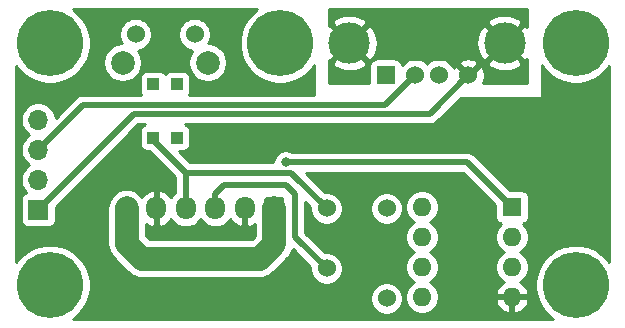
<source format=gtl>
G04 #@! TF.GenerationSoftware,KiCad,Pcbnew,5.1.9+dfsg1-1+deb11u1*
G04 #@! TF.CreationDate,2023-07-30T21:54:34+09:00*
G04 #@! TF.ProjectId,tablet-usb-adapter,7461626c-6574-42d7-9573-622d61646170,rev?*
G04 #@! TF.SameCoordinates,Original*
G04 #@! TF.FileFunction,Copper,L1,Top*
G04 #@! TF.FilePolarity,Positive*
%FSLAX46Y46*%
G04 Gerber Fmt 4.6, Leading zero omitted, Abs format (unit mm)*
G04 Created by KiCad (PCBNEW 5.1.9+dfsg1-1+deb11u1) date 2023-07-30 21:54:34*
%MOMM*%
%LPD*%
G01*
G04 APERTURE LIST*
G04 #@! TA.AperFunction,ComponentPad*
%ADD10C,5.600000*%
G04 #@! TD*
G04 #@! TA.AperFunction,ComponentPad*
%ADD11R,1.700000X1.700000*%
G04 #@! TD*
G04 #@! TA.AperFunction,ComponentPad*
%ADD12O,1.700000X1.700000*%
G04 #@! TD*
G04 #@! TA.AperFunction,ComponentPad*
%ADD13O,1.700000X1.950000*%
G04 #@! TD*
G04 #@! TA.AperFunction,ComponentPad*
%ADD14C,3.500000*%
G04 #@! TD*
G04 #@! TA.AperFunction,ComponentPad*
%ADD15R,1.524000X1.524000*%
G04 #@! TD*
G04 #@! TA.AperFunction,ComponentPad*
%ADD16C,1.524000*%
G04 #@! TD*
G04 #@! TA.AperFunction,ComponentPad*
%ADD17R,1.600000X1.600000*%
G04 #@! TD*
G04 #@! TA.AperFunction,ComponentPad*
%ADD18O,1.600000X1.600000*%
G04 #@! TD*
G04 #@! TA.AperFunction,ComponentPad*
%ADD19C,2.000000*%
G04 #@! TD*
G04 #@! TA.AperFunction,ComponentPad*
%ADD20R,1.000000X1.000000*%
G04 #@! TD*
G04 #@! TA.AperFunction,ViaPad*
%ADD21C,0.800000*%
G04 #@! TD*
G04 #@! TA.AperFunction,Conductor*
%ADD22C,0.500000*%
G04 #@! TD*
G04 #@! TA.AperFunction,Conductor*
%ADD23C,0.250000*%
G04 #@! TD*
G04 #@! TA.AperFunction,Conductor*
%ADD24C,2.000000*%
G04 #@! TD*
G04 #@! TA.AperFunction,Conductor*
%ADD25C,0.254000*%
G04 #@! TD*
G04 #@! TA.AperFunction,Conductor*
%ADD26C,0.100000*%
G04 #@! TD*
G04 APERTURE END LIST*
D10*
X119000000Y-67500000D03*
X99500000Y-88000000D03*
X144000000Y-88000000D03*
X144000000Y-67500000D03*
X99500000Y-67500000D03*
D11*
X98500000Y-81620000D03*
D12*
X98500000Y-79080000D03*
X98500000Y-76540000D03*
X98500000Y-74000000D03*
G04 #@! TA.AperFunction,ComponentPad*
G36*
G01*
X119350000Y-80775000D02*
X119350000Y-82225000D01*
G75*
G02*
X119100000Y-82475000I-250000J0D01*
G01*
X117900000Y-82475000D01*
G75*
G02*
X117650000Y-82225000I0J250000D01*
G01*
X117650000Y-80775000D01*
G75*
G02*
X117900000Y-80525000I250000J0D01*
G01*
X119100000Y-80525000D01*
G75*
G02*
X119350000Y-80775000I0J-250000D01*
G01*
G37*
G04 #@! TD.AperFunction*
D13*
X116000000Y-81500000D03*
X113500000Y-81500000D03*
X111000000Y-81500000D03*
X108500000Y-81500000D03*
X106000000Y-81500000D03*
D14*
X138000000Y-67500000D03*
X124860000Y-67500000D03*
D15*
X127930000Y-70210000D03*
D16*
X130430000Y-70210000D03*
X132430000Y-70210000D03*
X134930000Y-70210000D03*
D17*
X138620000Y-81380000D03*
D18*
X131000000Y-89000000D03*
X138620000Y-83920000D03*
X131000000Y-86460000D03*
X138620000Y-86460000D03*
X131000000Y-83920000D03*
X138620000Y-89000000D03*
X131000000Y-81380000D03*
D16*
X122920000Y-81500000D03*
X128000000Y-81500000D03*
X122920000Y-86580000D03*
X128000000Y-89120000D03*
X111750000Y-66750000D03*
X106750000Y-66750000D03*
D19*
X112850000Y-69150000D03*
X105650000Y-69150000D03*
D20*
X108250000Y-75500000D03*
X110250000Y-71000000D03*
X108250000Y-71000000D03*
X110250000Y-75500000D03*
D21*
X108500000Y-83500000D03*
X111000000Y-83500000D03*
X113500000Y-83500000D03*
X116000000Y-83500000D03*
X123000000Y-84000000D03*
X119450000Y-77600000D03*
D22*
X98500000Y-76540000D02*
X102290000Y-72750000D01*
X127890000Y-72750000D02*
X130430000Y-70210000D01*
X102290000Y-72750000D02*
X127890000Y-72750000D01*
D23*
X98500000Y-81620000D02*
X98500000Y-81500000D01*
D22*
X134930000Y-70210000D02*
X131640000Y-73500000D01*
X106620000Y-73500000D02*
X98500000Y-81620000D01*
X131640000Y-73500000D02*
X106620000Y-73500000D01*
D24*
X106000000Y-84475000D02*
X107275000Y-85750000D01*
X106000000Y-81500000D02*
X106000000Y-84475000D01*
X107275000Y-85750000D02*
X117250000Y-85750000D01*
X118500000Y-84500000D02*
X118500000Y-81500000D01*
X117250000Y-85750000D02*
X118500000Y-84500000D01*
D23*
X127960000Y-81500000D02*
X128080000Y-81380000D01*
D22*
X113500000Y-81500000D02*
X113500000Y-80750000D01*
X113500000Y-80250000D02*
X113500000Y-81500000D01*
X114250000Y-79500000D02*
X113500000Y-80250000D01*
X120250000Y-80250000D02*
X119500000Y-79500000D01*
X120250000Y-83910000D02*
X120250000Y-80250000D01*
X119500000Y-79500000D02*
X114250000Y-79500000D01*
X122920000Y-86580000D02*
X120250000Y-83910000D01*
X122920000Y-81500000D02*
X119920000Y-78500000D01*
X108250000Y-75500000D02*
X108250000Y-75750000D01*
X108250000Y-75750000D02*
X111000000Y-78500000D01*
X111000000Y-78500000D02*
X111000000Y-81500000D01*
X119920000Y-78500000D02*
X111000000Y-78500000D01*
X138620000Y-81380000D02*
X138620000Y-81370000D01*
X134850000Y-77600000D02*
X119450000Y-77600000D01*
X138620000Y-81370000D02*
X134850000Y-77600000D01*
D25*
X116810315Y-64831862D02*
X116331862Y-65310315D01*
X115955943Y-65872918D01*
X115697006Y-66498048D01*
X115565000Y-67161682D01*
X115565000Y-67838318D01*
X115697006Y-68501952D01*
X115955943Y-69127082D01*
X116331862Y-69689685D01*
X116810315Y-70168138D01*
X117372918Y-70544057D01*
X117998048Y-70802994D01*
X118661682Y-70935000D01*
X119338318Y-70935000D01*
X120001952Y-70802994D01*
X120627082Y-70544057D01*
X121189685Y-70168138D01*
X121668138Y-69689685D01*
X121873000Y-69383087D01*
X121873000Y-71865000D01*
X111271915Y-71865000D01*
X111280537Y-71854494D01*
X111339502Y-71744180D01*
X111375812Y-71624482D01*
X111388072Y-71500000D01*
X111388072Y-70500000D01*
X111375812Y-70375518D01*
X111339502Y-70255820D01*
X111280537Y-70145506D01*
X111201185Y-70048815D01*
X111104494Y-69969463D01*
X110994180Y-69910498D01*
X110874482Y-69874188D01*
X110750000Y-69861928D01*
X109750000Y-69861928D01*
X109625518Y-69874188D01*
X109505820Y-69910498D01*
X109395506Y-69969463D01*
X109298815Y-70048815D01*
X109250000Y-70108296D01*
X109201185Y-70048815D01*
X109104494Y-69969463D01*
X108994180Y-69910498D01*
X108874482Y-69874188D01*
X108750000Y-69861928D01*
X107750000Y-69861928D01*
X107625518Y-69874188D01*
X107505820Y-69910498D01*
X107395506Y-69969463D01*
X107298815Y-70048815D01*
X107219463Y-70145506D01*
X107160498Y-70255820D01*
X107124188Y-70375518D01*
X107111928Y-70500000D01*
X107111928Y-71500000D01*
X107124188Y-71624482D01*
X107160498Y-71744180D01*
X107219463Y-71854494D01*
X107228085Y-71865000D01*
X102333465Y-71865000D01*
X102289999Y-71860719D01*
X102246533Y-71865000D01*
X102246523Y-71865000D01*
X102116510Y-71877805D01*
X101949687Y-71928411D01*
X101795941Y-72010589D01*
X101795939Y-72010590D01*
X101795940Y-72010590D01*
X101694953Y-72093468D01*
X101694951Y-72093470D01*
X101661183Y-72121183D01*
X101633470Y-72154951D01*
X99976652Y-73811770D01*
X99927932Y-73566842D01*
X99815990Y-73296589D01*
X99653475Y-73053368D01*
X99446632Y-72846525D01*
X99203411Y-72684010D01*
X98933158Y-72572068D01*
X98646260Y-72515000D01*
X98353740Y-72515000D01*
X98066842Y-72572068D01*
X97796589Y-72684010D01*
X97553368Y-72846525D01*
X97346525Y-73053368D01*
X97184010Y-73296589D01*
X97072068Y-73566842D01*
X97015000Y-73853740D01*
X97015000Y-74146260D01*
X97072068Y-74433158D01*
X97184010Y-74703411D01*
X97346525Y-74946632D01*
X97553368Y-75153475D01*
X97727760Y-75270000D01*
X97553368Y-75386525D01*
X97346525Y-75593368D01*
X97184010Y-75836589D01*
X97072068Y-76106842D01*
X97015000Y-76393740D01*
X97015000Y-76686260D01*
X97072068Y-76973158D01*
X97184010Y-77243411D01*
X97346525Y-77486632D01*
X97553368Y-77693475D01*
X97727760Y-77810000D01*
X97553368Y-77926525D01*
X97346525Y-78133368D01*
X97184010Y-78376589D01*
X97072068Y-78646842D01*
X97015000Y-78933740D01*
X97015000Y-79226260D01*
X97072068Y-79513158D01*
X97184010Y-79783411D01*
X97346525Y-80026632D01*
X97478380Y-80158487D01*
X97405820Y-80180498D01*
X97295506Y-80239463D01*
X97198815Y-80318815D01*
X97119463Y-80415506D01*
X97060498Y-80525820D01*
X97024188Y-80645518D01*
X97011928Y-80770000D01*
X97011928Y-82470000D01*
X97024188Y-82594482D01*
X97060498Y-82714180D01*
X97119463Y-82824494D01*
X97198815Y-82921185D01*
X97295506Y-83000537D01*
X97405820Y-83059502D01*
X97525518Y-83095812D01*
X97650000Y-83108072D01*
X99350000Y-83108072D01*
X99474482Y-83095812D01*
X99594180Y-83059502D01*
X99704494Y-83000537D01*
X99801185Y-82921185D01*
X99880537Y-82824494D01*
X99939502Y-82714180D01*
X99975812Y-82594482D01*
X99988072Y-82470000D01*
X99988072Y-81383506D01*
X106986579Y-74385000D01*
X107589876Y-74385000D01*
X107505820Y-74410498D01*
X107395506Y-74469463D01*
X107298815Y-74548815D01*
X107219463Y-74645506D01*
X107160498Y-74755820D01*
X107124188Y-74875518D01*
X107111928Y-75000000D01*
X107111928Y-76000000D01*
X107124188Y-76124482D01*
X107160498Y-76244180D01*
X107219463Y-76354494D01*
X107298815Y-76451185D01*
X107395506Y-76530537D01*
X107505820Y-76589502D01*
X107625518Y-76625812D01*
X107750000Y-76638072D01*
X107886494Y-76638072D01*
X110115000Y-78866579D01*
X110115001Y-80180241D01*
X109944866Y-80319866D01*
X109759294Y-80545986D01*
X109745538Y-80571722D01*
X109589049Y-80365571D01*
X109371193Y-80172504D01*
X109119858Y-80025648D01*
X108856890Y-79933524D01*
X108627000Y-80054845D01*
X108627000Y-81373000D01*
X108647000Y-81373000D01*
X108647000Y-81627000D01*
X108627000Y-81627000D01*
X108627000Y-82945155D01*
X108856890Y-83066476D01*
X109119858Y-82974352D01*
X109371193Y-82827496D01*
X109589049Y-82634429D01*
X109745538Y-82428278D01*
X109759294Y-82454013D01*
X109944866Y-82680134D01*
X110170986Y-82865706D01*
X110428966Y-83003599D01*
X110708889Y-83088513D01*
X111000000Y-83117185D01*
X111291110Y-83088513D01*
X111571033Y-83003599D01*
X111829013Y-82865706D01*
X112055134Y-82680134D01*
X112240706Y-82454014D01*
X112250000Y-82436626D01*
X112259294Y-82454013D01*
X112444866Y-82680134D01*
X112670986Y-82865706D01*
X112928966Y-83003599D01*
X113208889Y-83088513D01*
X113500000Y-83117185D01*
X113791110Y-83088513D01*
X114071033Y-83003599D01*
X114329013Y-82865706D01*
X114555134Y-82680134D01*
X114740706Y-82454014D01*
X114754462Y-82428278D01*
X114910951Y-82634429D01*
X115128807Y-82827496D01*
X115380142Y-82974352D01*
X115643110Y-83066476D01*
X115873000Y-82945155D01*
X115873000Y-81627000D01*
X115853000Y-81627000D01*
X115853000Y-81373000D01*
X115873000Y-81373000D01*
X115873000Y-81353000D01*
X116127000Y-81353000D01*
X116127000Y-81373000D01*
X116147000Y-81373000D01*
X116147000Y-81627000D01*
X116127000Y-81627000D01*
X116127000Y-82945155D01*
X116356890Y-83066476D01*
X116619858Y-82974352D01*
X116865001Y-82831114D01*
X116865000Y-83822761D01*
X116572762Y-84115000D01*
X107952239Y-84115000D01*
X107635000Y-83797762D01*
X107635000Y-82831115D01*
X107880142Y-82974352D01*
X108143110Y-83066476D01*
X108373000Y-82945155D01*
X108373000Y-81627000D01*
X108353000Y-81627000D01*
X108353000Y-81373000D01*
X108373000Y-81373000D01*
X108373000Y-80054845D01*
X108143110Y-79933524D01*
X107880142Y-80025648D01*
X107628807Y-80172504D01*
X107410951Y-80365571D01*
X107301950Y-80509164D01*
X107161714Y-80338286D01*
X106912751Y-80133969D01*
X106628714Y-79982148D01*
X106320515Y-79888657D01*
X106000000Y-79857089D01*
X105679484Y-79888657D01*
X105371285Y-79982148D01*
X105087248Y-80133969D01*
X104838286Y-80338286D01*
X104633969Y-80587249D01*
X104482148Y-80871286D01*
X104388657Y-81179485D01*
X104365000Y-81419679D01*
X104365001Y-84394671D01*
X104357089Y-84475000D01*
X104388658Y-84795516D01*
X104482148Y-85103714D01*
X104586987Y-85299853D01*
X104633970Y-85387752D01*
X104838287Y-85636714D01*
X104900682Y-85687920D01*
X106062079Y-86849318D01*
X106113286Y-86911714D01*
X106362248Y-87116031D01*
X106646285Y-87267852D01*
X106954484Y-87361343D01*
X107194678Y-87385000D01*
X107194680Y-87385000D01*
X107274999Y-87392911D01*
X107355319Y-87385000D01*
X117169681Y-87385000D01*
X117250000Y-87392911D01*
X117330319Y-87385000D01*
X117330322Y-87385000D01*
X117570516Y-87361343D01*
X117878715Y-87267852D01*
X118162752Y-87116031D01*
X118411714Y-86911714D01*
X118462924Y-86849314D01*
X119599319Y-85712919D01*
X119661714Y-85661714D01*
X119866031Y-85412752D01*
X120017852Y-85128715D01*
X120064234Y-84975813D01*
X121524299Y-86435878D01*
X121523000Y-86442408D01*
X121523000Y-86717592D01*
X121576686Y-86987490D01*
X121681995Y-87241727D01*
X121834880Y-87470535D01*
X122029465Y-87665120D01*
X122258273Y-87818005D01*
X122512510Y-87923314D01*
X122782408Y-87977000D01*
X123057592Y-87977000D01*
X123327490Y-87923314D01*
X123581727Y-87818005D01*
X123810535Y-87665120D01*
X124005120Y-87470535D01*
X124158005Y-87241727D01*
X124263314Y-86987490D01*
X124317000Y-86717592D01*
X124317000Y-86442408D01*
X124263314Y-86172510D01*
X124158005Y-85918273D01*
X124005120Y-85689465D01*
X123810535Y-85494880D01*
X123581727Y-85341995D01*
X123327490Y-85236686D01*
X123057592Y-85183000D01*
X122782408Y-85183000D01*
X122775878Y-85184299D01*
X121135000Y-83543422D01*
X121135000Y-80966579D01*
X121524299Y-81355878D01*
X121523000Y-81362408D01*
X121523000Y-81637592D01*
X121576686Y-81907490D01*
X121681995Y-82161727D01*
X121834880Y-82390535D01*
X122029465Y-82585120D01*
X122258273Y-82738005D01*
X122512510Y-82843314D01*
X122782408Y-82897000D01*
X123057592Y-82897000D01*
X123327490Y-82843314D01*
X123581727Y-82738005D01*
X123810535Y-82585120D01*
X124005120Y-82390535D01*
X124158005Y-82161727D01*
X124263314Y-81907490D01*
X124317000Y-81637592D01*
X124317000Y-81362408D01*
X126603000Y-81362408D01*
X126603000Y-81637592D01*
X126656686Y-81907490D01*
X126761995Y-82161727D01*
X126914880Y-82390535D01*
X127109465Y-82585120D01*
X127338273Y-82738005D01*
X127592510Y-82843314D01*
X127862408Y-82897000D01*
X128137592Y-82897000D01*
X128407490Y-82843314D01*
X128661727Y-82738005D01*
X128890535Y-82585120D01*
X129085120Y-82390535D01*
X129238005Y-82161727D01*
X129343314Y-81907490D01*
X129397000Y-81637592D01*
X129397000Y-81362408D01*
X129372387Y-81238665D01*
X129565000Y-81238665D01*
X129565000Y-81521335D01*
X129620147Y-81798574D01*
X129728320Y-82059727D01*
X129885363Y-82294759D01*
X130085241Y-82494637D01*
X130317759Y-82650000D01*
X130085241Y-82805363D01*
X129885363Y-83005241D01*
X129728320Y-83240273D01*
X129620147Y-83501426D01*
X129565000Y-83778665D01*
X129565000Y-84061335D01*
X129620147Y-84338574D01*
X129728320Y-84599727D01*
X129885363Y-84834759D01*
X130085241Y-85034637D01*
X130317759Y-85190000D01*
X130085241Y-85345363D01*
X129885363Y-85545241D01*
X129728320Y-85780273D01*
X129620147Y-86041426D01*
X129565000Y-86318665D01*
X129565000Y-86601335D01*
X129620147Y-86878574D01*
X129728320Y-87139727D01*
X129885363Y-87374759D01*
X130085241Y-87574637D01*
X130317759Y-87730000D01*
X130085241Y-87885363D01*
X129885363Y-88085241D01*
X129728320Y-88320273D01*
X129620147Y-88581426D01*
X129565000Y-88858665D01*
X129565000Y-89141335D01*
X129620147Y-89418574D01*
X129728320Y-89679727D01*
X129885363Y-89914759D01*
X130085241Y-90114637D01*
X130320273Y-90271680D01*
X130581426Y-90379853D01*
X130858665Y-90435000D01*
X131141335Y-90435000D01*
X131418574Y-90379853D01*
X131679727Y-90271680D01*
X131914759Y-90114637D01*
X132114637Y-89914759D01*
X132271680Y-89679727D01*
X132379853Y-89418574D01*
X132393684Y-89349039D01*
X137228096Y-89349039D01*
X137268754Y-89483087D01*
X137388963Y-89737420D01*
X137556481Y-89963414D01*
X137764869Y-90152385D01*
X138006119Y-90297070D01*
X138270960Y-90391909D01*
X138493000Y-90270624D01*
X138493000Y-89127000D01*
X138747000Y-89127000D01*
X138747000Y-90270624D01*
X138969040Y-90391909D01*
X139233881Y-90297070D01*
X139475131Y-90152385D01*
X139683519Y-89963414D01*
X139851037Y-89737420D01*
X139971246Y-89483087D01*
X140011904Y-89349039D01*
X139889915Y-89127000D01*
X138747000Y-89127000D01*
X138493000Y-89127000D01*
X137350085Y-89127000D01*
X137228096Y-89349039D01*
X132393684Y-89349039D01*
X132435000Y-89141335D01*
X132435000Y-88858665D01*
X132379853Y-88581426D01*
X132271680Y-88320273D01*
X132114637Y-88085241D01*
X131914759Y-87885363D01*
X131682241Y-87730000D01*
X131914759Y-87574637D01*
X132114637Y-87374759D01*
X132271680Y-87139727D01*
X132379853Y-86878574D01*
X132435000Y-86601335D01*
X132435000Y-86318665D01*
X132379853Y-86041426D01*
X132271680Y-85780273D01*
X132114637Y-85545241D01*
X131914759Y-85345363D01*
X131682241Y-85190000D01*
X131914759Y-85034637D01*
X132114637Y-84834759D01*
X132271680Y-84599727D01*
X132379853Y-84338574D01*
X132435000Y-84061335D01*
X132435000Y-83778665D01*
X132379853Y-83501426D01*
X132271680Y-83240273D01*
X132114637Y-83005241D01*
X131914759Y-82805363D01*
X131682241Y-82650000D01*
X131914759Y-82494637D01*
X132114637Y-82294759D01*
X132271680Y-82059727D01*
X132379853Y-81798574D01*
X132435000Y-81521335D01*
X132435000Y-81238665D01*
X132379853Y-80961426D01*
X132271680Y-80700273D01*
X132114637Y-80465241D01*
X131914759Y-80265363D01*
X131679727Y-80108320D01*
X131418574Y-80000147D01*
X131141335Y-79945000D01*
X130858665Y-79945000D01*
X130581426Y-80000147D01*
X130320273Y-80108320D01*
X130085241Y-80265363D01*
X129885363Y-80465241D01*
X129728320Y-80700273D01*
X129620147Y-80961426D01*
X129565000Y-81238665D01*
X129372387Y-81238665D01*
X129343314Y-81092510D01*
X129238005Y-80838273D01*
X129085120Y-80609465D01*
X128890535Y-80414880D01*
X128661727Y-80261995D01*
X128407490Y-80156686D01*
X128137592Y-80103000D01*
X127862408Y-80103000D01*
X127592510Y-80156686D01*
X127338273Y-80261995D01*
X127109465Y-80414880D01*
X126914880Y-80609465D01*
X126761995Y-80838273D01*
X126656686Y-81092510D01*
X126603000Y-81362408D01*
X124317000Y-81362408D01*
X124263314Y-81092510D01*
X124158005Y-80838273D01*
X124005120Y-80609465D01*
X123810535Y-80414880D01*
X123581727Y-80261995D01*
X123327490Y-80156686D01*
X123057592Y-80103000D01*
X122782408Y-80103000D01*
X122775878Y-80104299D01*
X121156578Y-78485000D01*
X134483422Y-78485000D01*
X137181928Y-81183507D01*
X137181928Y-82180000D01*
X137194188Y-82304482D01*
X137230498Y-82424180D01*
X137289463Y-82534494D01*
X137368815Y-82631185D01*
X137465506Y-82710537D01*
X137575820Y-82769502D01*
X137695518Y-82805812D01*
X137703961Y-82806643D01*
X137505363Y-83005241D01*
X137348320Y-83240273D01*
X137240147Y-83501426D01*
X137185000Y-83778665D01*
X137185000Y-84061335D01*
X137240147Y-84338574D01*
X137348320Y-84599727D01*
X137505363Y-84834759D01*
X137705241Y-85034637D01*
X137937759Y-85190000D01*
X137705241Y-85345363D01*
X137505363Y-85545241D01*
X137348320Y-85780273D01*
X137240147Y-86041426D01*
X137185000Y-86318665D01*
X137185000Y-86601335D01*
X137240147Y-86878574D01*
X137348320Y-87139727D01*
X137505363Y-87374759D01*
X137705241Y-87574637D01*
X137940273Y-87731680D01*
X137950865Y-87736067D01*
X137764869Y-87847615D01*
X137556481Y-88036586D01*
X137388963Y-88262580D01*
X137268754Y-88516913D01*
X137228096Y-88650961D01*
X137350085Y-88873000D01*
X138493000Y-88873000D01*
X138493000Y-88853000D01*
X138747000Y-88853000D01*
X138747000Y-88873000D01*
X139889915Y-88873000D01*
X140011904Y-88650961D01*
X139971246Y-88516913D01*
X139851037Y-88262580D01*
X139683519Y-88036586D01*
X139475131Y-87847615D01*
X139289135Y-87736067D01*
X139299727Y-87731680D01*
X139534759Y-87574637D01*
X139734637Y-87374759D01*
X139891680Y-87139727D01*
X139999853Y-86878574D01*
X140055000Y-86601335D01*
X140055000Y-86318665D01*
X139999853Y-86041426D01*
X139891680Y-85780273D01*
X139734637Y-85545241D01*
X139534759Y-85345363D01*
X139302241Y-85190000D01*
X139534759Y-85034637D01*
X139734637Y-84834759D01*
X139891680Y-84599727D01*
X139999853Y-84338574D01*
X140055000Y-84061335D01*
X140055000Y-83778665D01*
X139999853Y-83501426D01*
X139891680Y-83240273D01*
X139734637Y-83005241D01*
X139536039Y-82806643D01*
X139544482Y-82805812D01*
X139664180Y-82769502D01*
X139774494Y-82710537D01*
X139871185Y-82631185D01*
X139950537Y-82534494D01*
X140009502Y-82424180D01*
X140045812Y-82304482D01*
X140058072Y-82180000D01*
X140058072Y-80580000D01*
X140045812Y-80455518D01*
X140009502Y-80335820D01*
X139950537Y-80225506D01*
X139871185Y-80128815D01*
X139774494Y-80049463D01*
X139664180Y-79990498D01*
X139544482Y-79954188D01*
X139420000Y-79941928D01*
X138443507Y-79941928D01*
X135506534Y-77004956D01*
X135478817Y-76971183D01*
X135344059Y-76860589D01*
X135190313Y-76778411D01*
X135023490Y-76727805D01*
X134893477Y-76715000D01*
X134893469Y-76715000D01*
X134850000Y-76710719D01*
X134806531Y-76715000D01*
X119988454Y-76715000D01*
X119940256Y-76682795D01*
X119751898Y-76604774D01*
X119551939Y-76565000D01*
X119348061Y-76565000D01*
X119148102Y-76604774D01*
X118959744Y-76682795D01*
X118790226Y-76796063D01*
X118646063Y-76940226D01*
X118532795Y-77109744D01*
X118454774Y-77298102D01*
X118415000Y-77498061D01*
X118415000Y-77615000D01*
X111366579Y-77615000D01*
X110389651Y-76638072D01*
X110750000Y-76638072D01*
X110874482Y-76625812D01*
X110994180Y-76589502D01*
X111104494Y-76530537D01*
X111201185Y-76451185D01*
X111280537Y-76354494D01*
X111339502Y-76244180D01*
X111375812Y-76124482D01*
X111388072Y-76000000D01*
X111388072Y-75000000D01*
X111375812Y-74875518D01*
X111339502Y-74755820D01*
X111280537Y-74645506D01*
X111201185Y-74548815D01*
X111104494Y-74469463D01*
X110994180Y-74410498D01*
X110910124Y-74385000D01*
X131596531Y-74385000D01*
X131640000Y-74389281D01*
X131683469Y-74385000D01*
X131683477Y-74385000D01*
X131813490Y-74372195D01*
X131980313Y-74321589D01*
X132134059Y-74239411D01*
X132268817Y-74128817D01*
X132296534Y-74095044D01*
X134264579Y-72127000D01*
X141000000Y-72127000D01*
X141024776Y-72124560D01*
X141048601Y-72117333D01*
X141070557Y-72105597D01*
X141089803Y-72089803D01*
X141105597Y-72070557D01*
X141117333Y-72048601D01*
X141124560Y-72024776D01*
X141127000Y-72000000D01*
X141127000Y-69383087D01*
X141331862Y-69689685D01*
X141810315Y-70168138D01*
X142372918Y-70544057D01*
X142998048Y-70802994D01*
X143661682Y-70935000D01*
X144338318Y-70935000D01*
X145001952Y-70802994D01*
X145627082Y-70544057D01*
X146189685Y-70168138D01*
X146668138Y-69689685D01*
X146840000Y-69432475D01*
X146840001Y-86067526D01*
X146668138Y-85810315D01*
X146189685Y-85331862D01*
X145627082Y-84955943D01*
X145001952Y-84697006D01*
X144338318Y-84565000D01*
X143661682Y-84565000D01*
X142998048Y-84697006D01*
X142372918Y-84955943D01*
X141810315Y-85331862D01*
X141331862Y-85810315D01*
X140955943Y-86372918D01*
X140697006Y-86998048D01*
X140565000Y-87661682D01*
X140565000Y-88338318D01*
X140697006Y-89001952D01*
X140955943Y-89627082D01*
X141331862Y-90189685D01*
X141810315Y-90668138D01*
X142067525Y-90840000D01*
X101432475Y-90840000D01*
X101689685Y-90668138D01*
X102168138Y-90189685D01*
X102544057Y-89627082D01*
X102802994Y-89001952D01*
X102806881Y-88982408D01*
X126603000Y-88982408D01*
X126603000Y-89257592D01*
X126656686Y-89527490D01*
X126761995Y-89781727D01*
X126914880Y-90010535D01*
X127109465Y-90205120D01*
X127338273Y-90358005D01*
X127592510Y-90463314D01*
X127862408Y-90517000D01*
X128137592Y-90517000D01*
X128407490Y-90463314D01*
X128661727Y-90358005D01*
X128890535Y-90205120D01*
X129085120Y-90010535D01*
X129238005Y-89781727D01*
X129343314Y-89527490D01*
X129397000Y-89257592D01*
X129397000Y-88982408D01*
X129343314Y-88712510D01*
X129238005Y-88458273D01*
X129085120Y-88229465D01*
X128890535Y-88034880D01*
X128661727Y-87881995D01*
X128407490Y-87776686D01*
X128137592Y-87723000D01*
X127862408Y-87723000D01*
X127592510Y-87776686D01*
X127338273Y-87881995D01*
X127109465Y-88034880D01*
X126914880Y-88229465D01*
X126761995Y-88458273D01*
X126656686Y-88712510D01*
X126603000Y-88982408D01*
X102806881Y-88982408D01*
X102935000Y-88338318D01*
X102935000Y-87661682D01*
X102802994Y-86998048D01*
X102544057Y-86372918D01*
X102168138Y-85810315D01*
X101689685Y-85331862D01*
X101127082Y-84955943D01*
X100501952Y-84697006D01*
X99838318Y-84565000D01*
X99161682Y-84565000D01*
X98498048Y-84697006D01*
X97872918Y-84955943D01*
X97310315Y-85331862D01*
X96831862Y-85810315D01*
X96660000Y-86067525D01*
X96660000Y-69432475D01*
X96831862Y-69689685D01*
X97310315Y-70168138D01*
X97872918Y-70544057D01*
X98498048Y-70802994D01*
X99161682Y-70935000D01*
X99838318Y-70935000D01*
X100501952Y-70802994D01*
X101127082Y-70544057D01*
X101689685Y-70168138D01*
X102168138Y-69689685D01*
X102544057Y-69127082D01*
X102601266Y-68988967D01*
X104015000Y-68988967D01*
X104015000Y-69311033D01*
X104077832Y-69626912D01*
X104201082Y-69924463D01*
X104380013Y-70192252D01*
X104607748Y-70419987D01*
X104875537Y-70598918D01*
X105173088Y-70722168D01*
X105488967Y-70785000D01*
X105811033Y-70785000D01*
X106126912Y-70722168D01*
X106424463Y-70598918D01*
X106692252Y-70419987D01*
X106919987Y-70192252D01*
X107098918Y-69924463D01*
X107222168Y-69626912D01*
X107285000Y-69311033D01*
X107285000Y-68988967D01*
X107222168Y-68673088D01*
X107098918Y-68375537D01*
X106939337Y-68136707D01*
X107157490Y-68093314D01*
X107411727Y-67988005D01*
X107640535Y-67835120D01*
X107835120Y-67640535D01*
X107988005Y-67411727D01*
X108093314Y-67157490D01*
X108147000Y-66887592D01*
X108147000Y-66612408D01*
X110353000Y-66612408D01*
X110353000Y-66887592D01*
X110406686Y-67157490D01*
X110511995Y-67411727D01*
X110664880Y-67640535D01*
X110859465Y-67835120D01*
X111088273Y-67988005D01*
X111342510Y-68093314D01*
X111560663Y-68136707D01*
X111401082Y-68375537D01*
X111277832Y-68673088D01*
X111215000Y-68988967D01*
X111215000Y-69311033D01*
X111277832Y-69626912D01*
X111401082Y-69924463D01*
X111580013Y-70192252D01*
X111807748Y-70419987D01*
X112075537Y-70598918D01*
X112373088Y-70722168D01*
X112688967Y-70785000D01*
X113011033Y-70785000D01*
X113326912Y-70722168D01*
X113624463Y-70598918D01*
X113892252Y-70419987D01*
X114119987Y-70192252D01*
X114298918Y-69924463D01*
X114422168Y-69626912D01*
X114485000Y-69311033D01*
X114485000Y-68988967D01*
X114422168Y-68673088D01*
X114298918Y-68375537D01*
X114119987Y-68107748D01*
X113892252Y-67880013D01*
X113624463Y-67701082D01*
X113326912Y-67577832D01*
X113011033Y-67515000D01*
X112919000Y-67515000D01*
X112988005Y-67411727D01*
X113093314Y-67157490D01*
X113147000Y-66887592D01*
X113147000Y-66612408D01*
X113093314Y-66342510D01*
X112988005Y-66088273D01*
X112835120Y-65859465D01*
X112640535Y-65664880D01*
X112411727Y-65511995D01*
X112157490Y-65406686D01*
X111887592Y-65353000D01*
X111612408Y-65353000D01*
X111342510Y-65406686D01*
X111088273Y-65511995D01*
X110859465Y-65664880D01*
X110664880Y-65859465D01*
X110511995Y-66088273D01*
X110406686Y-66342510D01*
X110353000Y-66612408D01*
X108147000Y-66612408D01*
X108093314Y-66342510D01*
X107988005Y-66088273D01*
X107835120Y-65859465D01*
X107640535Y-65664880D01*
X107411727Y-65511995D01*
X107157490Y-65406686D01*
X106887592Y-65353000D01*
X106612408Y-65353000D01*
X106342510Y-65406686D01*
X106088273Y-65511995D01*
X105859465Y-65664880D01*
X105664880Y-65859465D01*
X105511995Y-66088273D01*
X105406686Y-66342510D01*
X105353000Y-66612408D01*
X105353000Y-66887592D01*
X105406686Y-67157490D01*
X105511995Y-67411727D01*
X105581000Y-67515000D01*
X105488967Y-67515000D01*
X105173088Y-67577832D01*
X104875537Y-67701082D01*
X104607748Y-67880013D01*
X104380013Y-68107748D01*
X104201082Y-68375537D01*
X104077832Y-68673088D01*
X104015000Y-68988967D01*
X102601266Y-68988967D01*
X102802994Y-68501952D01*
X102935000Y-67838318D01*
X102935000Y-67161682D01*
X102802994Y-66498048D01*
X102544057Y-65872918D01*
X102168138Y-65310315D01*
X101689685Y-64831862D01*
X101432475Y-64660000D01*
X117067525Y-64660000D01*
X116810315Y-64831862D01*
G04 #@! TA.AperFunction,Conductor*
D26*
G36*
X116810315Y-64831862D02*
G01*
X116331862Y-65310315D01*
X115955943Y-65872918D01*
X115697006Y-66498048D01*
X115565000Y-67161682D01*
X115565000Y-67838318D01*
X115697006Y-68501952D01*
X115955943Y-69127082D01*
X116331862Y-69689685D01*
X116810315Y-70168138D01*
X117372918Y-70544057D01*
X117998048Y-70802994D01*
X118661682Y-70935000D01*
X119338318Y-70935000D01*
X120001952Y-70802994D01*
X120627082Y-70544057D01*
X121189685Y-70168138D01*
X121668138Y-69689685D01*
X121873000Y-69383087D01*
X121873000Y-71865000D01*
X111271915Y-71865000D01*
X111280537Y-71854494D01*
X111339502Y-71744180D01*
X111375812Y-71624482D01*
X111388072Y-71500000D01*
X111388072Y-70500000D01*
X111375812Y-70375518D01*
X111339502Y-70255820D01*
X111280537Y-70145506D01*
X111201185Y-70048815D01*
X111104494Y-69969463D01*
X110994180Y-69910498D01*
X110874482Y-69874188D01*
X110750000Y-69861928D01*
X109750000Y-69861928D01*
X109625518Y-69874188D01*
X109505820Y-69910498D01*
X109395506Y-69969463D01*
X109298815Y-70048815D01*
X109250000Y-70108296D01*
X109201185Y-70048815D01*
X109104494Y-69969463D01*
X108994180Y-69910498D01*
X108874482Y-69874188D01*
X108750000Y-69861928D01*
X107750000Y-69861928D01*
X107625518Y-69874188D01*
X107505820Y-69910498D01*
X107395506Y-69969463D01*
X107298815Y-70048815D01*
X107219463Y-70145506D01*
X107160498Y-70255820D01*
X107124188Y-70375518D01*
X107111928Y-70500000D01*
X107111928Y-71500000D01*
X107124188Y-71624482D01*
X107160498Y-71744180D01*
X107219463Y-71854494D01*
X107228085Y-71865000D01*
X102333465Y-71865000D01*
X102289999Y-71860719D01*
X102246533Y-71865000D01*
X102246523Y-71865000D01*
X102116510Y-71877805D01*
X101949687Y-71928411D01*
X101795941Y-72010589D01*
X101795939Y-72010590D01*
X101795940Y-72010590D01*
X101694953Y-72093468D01*
X101694951Y-72093470D01*
X101661183Y-72121183D01*
X101633470Y-72154951D01*
X99976652Y-73811770D01*
X99927932Y-73566842D01*
X99815990Y-73296589D01*
X99653475Y-73053368D01*
X99446632Y-72846525D01*
X99203411Y-72684010D01*
X98933158Y-72572068D01*
X98646260Y-72515000D01*
X98353740Y-72515000D01*
X98066842Y-72572068D01*
X97796589Y-72684010D01*
X97553368Y-72846525D01*
X97346525Y-73053368D01*
X97184010Y-73296589D01*
X97072068Y-73566842D01*
X97015000Y-73853740D01*
X97015000Y-74146260D01*
X97072068Y-74433158D01*
X97184010Y-74703411D01*
X97346525Y-74946632D01*
X97553368Y-75153475D01*
X97727760Y-75270000D01*
X97553368Y-75386525D01*
X97346525Y-75593368D01*
X97184010Y-75836589D01*
X97072068Y-76106842D01*
X97015000Y-76393740D01*
X97015000Y-76686260D01*
X97072068Y-76973158D01*
X97184010Y-77243411D01*
X97346525Y-77486632D01*
X97553368Y-77693475D01*
X97727760Y-77810000D01*
X97553368Y-77926525D01*
X97346525Y-78133368D01*
X97184010Y-78376589D01*
X97072068Y-78646842D01*
X97015000Y-78933740D01*
X97015000Y-79226260D01*
X97072068Y-79513158D01*
X97184010Y-79783411D01*
X97346525Y-80026632D01*
X97478380Y-80158487D01*
X97405820Y-80180498D01*
X97295506Y-80239463D01*
X97198815Y-80318815D01*
X97119463Y-80415506D01*
X97060498Y-80525820D01*
X97024188Y-80645518D01*
X97011928Y-80770000D01*
X97011928Y-82470000D01*
X97024188Y-82594482D01*
X97060498Y-82714180D01*
X97119463Y-82824494D01*
X97198815Y-82921185D01*
X97295506Y-83000537D01*
X97405820Y-83059502D01*
X97525518Y-83095812D01*
X97650000Y-83108072D01*
X99350000Y-83108072D01*
X99474482Y-83095812D01*
X99594180Y-83059502D01*
X99704494Y-83000537D01*
X99801185Y-82921185D01*
X99880537Y-82824494D01*
X99939502Y-82714180D01*
X99975812Y-82594482D01*
X99988072Y-82470000D01*
X99988072Y-81383506D01*
X106986579Y-74385000D01*
X107589876Y-74385000D01*
X107505820Y-74410498D01*
X107395506Y-74469463D01*
X107298815Y-74548815D01*
X107219463Y-74645506D01*
X107160498Y-74755820D01*
X107124188Y-74875518D01*
X107111928Y-75000000D01*
X107111928Y-76000000D01*
X107124188Y-76124482D01*
X107160498Y-76244180D01*
X107219463Y-76354494D01*
X107298815Y-76451185D01*
X107395506Y-76530537D01*
X107505820Y-76589502D01*
X107625518Y-76625812D01*
X107750000Y-76638072D01*
X107886494Y-76638072D01*
X110115000Y-78866579D01*
X110115001Y-80180241D01*
X109944866Y-80319866D01*
X109759294Y-80545986D01*
X109745538Y-80571722D01*
X109589049Y-80365571D01*
X109371193Y-80172504D01*
X109119858Y-80025648D01*
X108856890Y-79933524D01*
X108627000Y-80054845D01*
X108627000Y-81373000D01*
X108647000Y-81373000D01*
X108647000Y-81627000D01*
X108627000Y-81627000D01*
X108627000Y-82945155D01*
X108856890Y-83066476D01*
X109119858Y-82974352D01*
X109371193Y-82827496D01*
X109589049Y-82634429D01*
X109745538Y-82428278D01*
X109759294Y-82454013D01*
X109944866Y-82680134D01*
X110170986Y-82865706D01*
X110428966Y-83003599D01*
X110708889Y-83088513D01*
X111000000Y-83117185D01*
X111291110Y-83088513D01*
X111571033Y-83003599D01*
X111829013Y-82865706D01*
X112055134Y-82680134D01*
X112240706Y-82454014D01*
X112250000Y-82436626D01*
X112259294Y-82454013D01*
X112444866Y-82680134D01*
X112670986Y-82865706D01*
X112928966Y-83003599D01*
X113208889Y-83088513D01*
X113500000Y-83117185D01*
X113791110Y-83088513D01*
X114071033Y-83003599D01*
X114329013Y-82865706D01*
X114555134Y-82680134D01*
X114740706Y-82454014D01*
X114754462Y-82428278D01*
X114910951Y-82634429D01*
X115128807Y-82827496D01*
X115380142Y-82974352D01*
X115643110Y-83066476D01*
X115873000Y-82945155D01*
X115873000Y-81627000D01*
X115853000Y-81627000D01*
X115853000Y-81373000D01*
X115873000Y-81373000D01*
X115873000Y-81353000D01*
X116127000Y-81353000D01*
X116127000Y-81373000D01*
X116147000Y-81373000D01*
X116147000Y-81627000D01*
X116127000Y-81627000D01*
X116127000Y-82945155D01*
X116356890Y-83066476D01*
X116619858Y-82974352D01*
X116865001Y-82831114D01*
X116865000Y-83822761D01*
X116572762Y-84115000D01*
X107952239Y-84115000D01*
X107635000Y-83797762D01*
X107635000Y-82831115D01*
X107880142Y-82974352D01*
X108143110Y-83066476D01*
X108373000Y-82945155D01*
X108373000Y-81627000D01*
X108353000Y-81627000D01*
X108353000Y-81373000D01*
X108373000Y-81373000D01*
X108373000Y-80054845D01*
X108143110Y-79933524D01*
X107880142Y-80025648D01*
X107628807Y-80172504D01*
X107410951Y-80365571D01*
X107301950Y-80509164D01*
X107161714Y-80338286D01*
X106912751Y-80133969D01*
X106628714Y-79982148D01*
X106320515Y-79888657D01*
X106000000Y-79857089D01*
X105679484Y-79888657D01*
X105371285Y-79982148D01*
X105087248Y-80133969D01*
X104838286Y-80338286D01*
X104633969Y-80587249D01*
X104482148Y-80871286D01*
X104388657Y-81179485D01*
X104365000Y-81419679D01*
X104365001Y-84394671D01*
X104357089Y-84475000D01*
X104388658Y-84795516D01*
X104482148Y-85103714D01*
X104586987Y-85299853D01*
X104633970Y-85387752D01*
X104838287Y-85636714D01*
X104900682Y-85687920D01*
X106062079Y-86849318D01*
X106113286Y-86911714D01*
X106362248Y-87116031D01*
X106646285Y-87267852D01*
X106954484Y-87361343D01*
X107194678Y-87385000D01*
X107194680Y-87385000D01*
X107274999Y-87392911D01*
X107355319Y-87385000D01*
X117169681Y-87385000D01*
X117250000Y-87392911D01*
X117330319Y-87385000D01*
X117330322Y-87385000D01*
X117570516Y-87361343D01*
X117878715Y-87267852D01*
X118162752Y-87116031D01*
X118411714Y-86911714D01*
X118462924Y-86849314D01*
X119599319Y-85712919D01*
X119661714Y-85661714D01*
X119866031Y-85412752D01*
X120017852Y-85128715D01*
X120064234Y-84975813D01*
X121524299Y-86435878D01*
X121523000Y-86442408D01*
X121523000Y-86717592D01*
X121576686Y-86987490D01*
X121681995Y-87241727D01*
X121834880Y-87470535D01*
X122029465Y-87665120D01*
X122258273Y-87818005D01*
X122512510Y-87923314D01*
X122782408Y-87977000D01*
X123057592Y-87977000D01*
X123327490Y-87923314D01*
X123581727Y-87818005D01*
X123810535Y-87665120D01*
X124005120Y-87470535D01*
X124158005Y-87241727D01*
X124263314Y-86987490D01*
X124317000Y-86717592D01*
X124317000Y-86442408D01*
X124263314Y-86172510D01*
X124158005Y-85918273D01*
X124005120Y-85689465D01*
X123810535Y-85494880D01*
X123581727Y-85341995D01*
X123327490Y-85236686D01*
X123057592Y-85183000D01*
X122782408Y-85183000D01*
X122775878Y-85184299D01*
X121135000Y-83543422D01*
X121135000Y-80966579D01*
X121524299Y-81355878D01*
X121523000Y-81362408D01*
X121523000Y-81637592D01*
X121576686Y-81907490D01*
X121681995Y-82161727D01*
X121834880Y-82390535D01*
X122029465Y-82585120D01*
X122258273Y-82738005D01*
X122512510Y-82843314D01*
X122782408Y-82897000D01*
X123057592Y-82897000D01*
X123327490Y-82843314D01*
X123581727Y-82738005D01*
X123810535Y-82585120D01*
X124005120Y-82390535D01*
X124158005Y-82161727D01*
X124263314Y-81907490D01*
X124317000Y-81637592D01*
X124317000Y-81362408D01*
X126603000Y-81362408D01*
X126603000Y-81637592D01*
X126656686Y-81907490D01*
X126761995Y-82161727D01*
X126914880Y-82390535D01*
X127109465Y-82585120D01*
X127338273Y-82738005D01*
X127592510Y-82843314D01*
X127862408Y-82897000D01*
X128137592Y-82897000D01*
X128407490Y-82843314D01*
X128661727Y-82738005D01*
X128890535Y-82585120D01*
X129085120Y-82390535D01*
X129238005Y-82161727D01*
X129343314Y-81907490D01*
X129397000Y-81637592D01*
X129397000Y-81362408D01*
X129372387Y-81238665D01*
X129565000Y-81238665D01*
X129565000Y-81521335D01*
X129620147Y-81798574D01*
X129728320Y-82059727D01*
X129885363Y-82294759D01*
X130085241Y-82494637D01*
X130317759Y-82650000D01*
X130085241Y-82805363D01*
X129885363Y-83005241D01*
X129728320Y-83240273D01*
X129620147Y-83501426D01*
X129565000Y-83778665D01*
X129565000Y-84061335D01*
X129620147Y-84338574D01*
X129728320Y-84599727D01*
X129885363Y-84834759D01*
X130085241Y-85034637D01*
X130317759Y-85190000D01*
X130085241Y-85345363D01*
X129885363Y-85545241D01*
X129728320Y-85780273D01*
X129620147Y-86041426D01*
X129565000Y-86318665D01*
X129565000Y-86601335D01*
X129620147Y-86878574D01*
X129728320Y-87139727D01*
X129885363Y-87374759D01*
X130085241Y-87574637D01*
X130317759Y-87730000D01*
X130085241Y-87885363D01*
X129885363Y-88085241D01*
X129728320Y-88320273D01*
X129620147Y-88581426D01*
X129565000Y-88858665D01*
X129565000Y-89141335D01*
X129620147Y-89418574D01*
X129728320Y-89679727D01*
X129885363Y-89914759D01*
X130085241Y-90114637D01*
X130320273Y-90271680D01*
X130581426Y-90379853D01*
X130858665Y-90435000D01*
X131141335Y-90435000D01*
X131418574Y-90379853D01*
X131679727Y-90271680D01*
X131914759Y-90114637D01*
X132114637Y-89914759D01*
X132271680Y-89679727D01*
X132379853Y-89418574D01*
X132393684Y-89349039D01*
X137228096Y-89349039D01*
X137268754Y-89483087D01*
X137388963Y-89737420D01*
X137556481Y-89963414D01*
X137764869Y-90152385D01*
X138006119Y-90297070D01*
X138270960Y-90391909D01*
X138493000Y-90270624D01*
X138493000Y-89127000D01*
X138747000Y-89127000D01*
X138747000Y-90270624D01*
X138969040Y-90391909D01*
X139233881Y-90297070D01*
X139475131Y-90152385D01*
X139683519Y-89963414D01*
X139851037Y-89737420D01*
X139971246Y-89483087D01*
X140011904Y-89349039D01*
X139889915Y-89127000D01*
X138747000Y-89127000D01*
X138493000Y-89127000D01*
X137350085Y-89127000D01*
X137228096Y-89349039D01*
X132393684Y-89349039D01*
X132435000Y-89141335D01*
X132435000Y-88858665D01*
X132379853Y-88581426D01*
X132271680Y-88320273D01*
X132114637Y-88085241D01*
X131914759Y-87885363D01*
X131682241Y-87730000D01*
X131914759Y-87574637D01*
X132114637Y-87374759D01*
X132271680Y-87139727D01*
X132379853Y-86878574D01*
X132435000Y-86601335D01*
X132435000Y-86318665D01*
X132379853Y-86041426D01*
X132271680Y-85780273D01*
X132114637Y-85545241D01*
X131914759Y-85345363D01*
X131682241Y-85190000D01*
X131914759Y-85034637D01*
X132114637Y-84834759D01*
X132271680Y-84599727D01*
X132379853Y-84338574D01*
X132435000Y-84061335D01*
X132435000Y-83778665D01*
X132379853Y-83501426D01*
X132271680Y-83240273D01*
X132114637Y-83005241D01*
X131914759Y-82805363D01*
X131682241Y-82650000D01*
X131914759Y-82494637D01*
X132114637Y-82294759D01*
X132271680Y-82059727D01*
X132379853Y-81798574D01*
X132435000Y-81521335D01*
X132435000Y-81238665D01*
X132379853Y-80961426D01*
X132271680Y-80700273D01*
X132114637Y-80465241D01*
X131914759Y-80265363D01*
X131679727Y-80108320D01*
X131418574Y-80000147D01*
X131141335Y-79945000D01*
X130858665Y-79945000D01*
X130581426Y-80000147D01*
X130320273Y-80108320D01*
X130085241Y-80265363D01*
X129885363Y-80465241D01*
X129728320Y-80700273D01*
X129620147Y-80961426D01*
X129565000Y-81238665D01*
X129372387Y-81238665D01*
X129343314Y-81092510D01*
X129238005Y-80838273D01*
X129085120Y-80609465D01*
X128890535Y-80414880D01*
X128661727Y-80261995D01*
X128407490Y-80156686D01*
X128137592Y-80103000D01*
X127862408Y-80103000D01*
X127592510Y-80156686D01*
X127338273Y-80261995D01*
X127109465Y-80414880D01*
X126914880Y-80609465D01*
X126761995Y-80838273D01*
X126656686Y-81092510D01*
X126603000Y-81362408D01*
X124317000Y-81362408D01*
X124263314Y-81092510D01*
X124158005Y-80838273D01*
X124005120Y-80609465D01*
X123810535Y-80414880D01*
X123581727Y-80261995D01*
X123327490Y-80156686D01*
X123057592Y-80103000D01*
X122782408Y-80103000D01*
X122775878Y-80104299D01*
X121156578Y-78485000D01*
X134483422Y-78485000D01*
X137181928Y-81183507D01*
X137181928Y-82180000D01*
X137194188Y-82304482D01*
X137230498Y-82424180D01*
X137289463Y-82534494D01*
X137368815Y-82631185D01*
X137465506Y-82710537D01*
X137575820Y-82769502D01*
X137695518Y-82805812D01*
X137703961Y-82806643D01*
X137505363Y-83005241D01*
X137348320Y-83240273D01*
X137240147Y-83501426D01*
X137185000Y-83778665D01*
X137185000Y-84061335D01*
X137240147Y-84338574D01*
X137348320Y-84599727D01*
X137505363Y-84834759D01*
X137705241Y-85034637D01*
X137937759Y-85190000D01*
X137705241Y-85345363D01*
X137505363Y-85545241D01*
X137348320Y-85780273D01*
X137240147Y-86041426D01*
X137185000Y-86318665D01*
X137185000Y-86601335D01*
X137240147Y-86878574D01*
X137348320Y-87139727D01*
X137505363Y-87374759D01*
X137705241Y-87574637D01*
X137940273Y-87731680D01*
X137950865Y-87736067D01*
X137764869Y-87847615D01*
X137556481Y-88036586D01*
X137388963Y-88262580D01*
X137268754Y-88516913D01*
X137228096Y-88650961D01*
X137350085Y-88873000D01*
X138493000Y-88873000D01*
X138493000Y-88853000D01*
X138747000Y-88853000D01*
X138747000Y-88873000D01*
X139889915Y-88873000D01*
X140011904Y-88650961D01*
X139971246Y-88516913D01*
X139851037Y-88262580D01*
X139683519Y-88036586D01*
X139475131Y-87847615D01*
X139289135Y-87736067D01*
X139299727Y-87731680D01*
X139534759Y-87574637D01*
X139734637Y-87374759D01*
X139891680Y-87139727D01*
X139999853Y-86878574D01*
X140055000Y-86601335D01*
X140055000Y-86318665D01*
X139999853Y-86041426D01*
X139891680Y-85780273D01*
X139734637Y-85545241D01*
X139534759Y-85345363D01*
X139302241Y-85190000D01*
X139534759Y-85034637D01*
X139734637Y-84834759D01*
X139891680Y-84599727D01*
X139999853Y-84338574D01*
X140055000Y-84061335D01*
X140055000Y-83778665D01*
X139999853Y-83501426D01*
X139891680Y-83240273D01*
X139734637Y-83005241D01*
X139536039Y-82806643D01*
X139544482Y-82805812D01*
X139664180Y-82769502D01*
X139774494Y-82710537D01*
X139871185Y-82631185D01*
X139950537Y-82534494D01*
X140009502Y-82424180D01*
X140045812Y-82304482D01*
X140058072Y-82180000D01*
X140058072Y-80580000D01*
X140045812Y-80455518D01*
X140009502Y-80335820D01*
X139950537Y-80225506D01*
X139871185Y-80128815D01*
X139774494Y-80049463D01*
X139664180Y-79990498D01*
X139544482Y-79954188D01*
X139420000Y-79941928D01*
X138443507Y-79941928D01*
X135506534Y-77004956D01*
X135478817Y-76971183D01*
X135344059Y-76860589D01*
X135190313Y-76778411D01*
X135023490Y-76727805D01*
X134893477Y-76715000D01*
X134893469Y-76715000D01*
X134850000Y-76710719D01*
X134806531Y-76715000D01*
X119988454Y-76715000D01*
X119940256Y-76682795D01*
X119751898Y-76604774D01*
X119551939Y-76565000D01*
X119348061Y-76565000D01*
X119148102Y-76604774D01*
X118959744Y-76682795D01*
X118790226Y-76796063D01*
X118646063Y-76940226D01*
X118532795Y-77109744D01*
X118454774Y-77298102D01*
X118415000Y-77498061D01*
X118415000Y-77615000D01*
X111366579Y-77615000D01*
X110389651Y-76638072D01*
X110750000Y-76638072D01*
X110874482Y-76625812D01*
X110994180Y-76589502D01*
X111104494Y-76530537D01*
X111201185Y-76451185D01*
X111280537Y-76354494D01*
X111339502Y-76244180D01*
X111375812Y-76124482D01*
X111388072Y-76000000D01*
X111388072Y-75000000D01*
X111375812Y-74875518D01*
X111339502Y-74755820D01*
X111280537Y-74645506D01*
X111201185Y-74548815D01*
X111104494Y-74469463D01*
X110994180Y-74410498D01*
X110910124Y-74385000D01*
X131596531Y-74385000D01*
X131640000Y-74389281D01*
X131683469Y-74385000D01*
X131683477Y-74385000D01*
X131813490Y-74372195D01*
X131980313Y-74321589D01*
X132134059Y-74239411D01*
X132268817Y-74128817D01*
X132296534Y-74095044D01*
X134264579Y-72127000D01*
X141000000Y-72127000D01*
X141024776Y-72124560D01*
X141048601Y-72117333D01*
X141070557Y-72105597D01*
X141089803Y-72089803D01*
X141105597Y-72070557D01*
X141117333Y-72048601D01*
X141124560Y-72024776D01*
X141127000Y-72000000D01*
X141127000Y-69383087D01*
X141331862Y-69689685D01*
X141810315Y-70168138D01*
X142372918Y-70544057D01*
X142998048Y-70802994D01*
X143661682Y-70935000D01*
X144338318Y-70935000D01*
X145001952Y-70802994D01*
X145627082Y-70544057D01*
X146189685Y-70168138D01*
X146668138Y-69689685D01*
X146840000Y-69432475D01*
X146840001Y-86067526D01*
X146668138Y-85810315D01*
X146189685Y-85331862D01*
X145627082Y-84955943D01*
X145001952Y-84697006D01*
X144338318Y-84565000D01*
X143661682Y-84565000D01*
X142998048Y-84697006D01*
X142372918Y-84955943D01*
X141810315Y-85331862D01*
X141331862Y-85810315D01*
X140955943Y-86372918D01*
X140697006Y-86998048D01*
X140565000Y-87661682D01*
X140565000Y-88338318D01*
X140697006Y-89001952D01*
X140955943Y-89627082D01*
X141331862Y-90189685D01*
X141810315Y-90668138D01*
X142067525Y-90840000D01*
X101432475Y-90840000D01*
X101689685Y-90668138D01*
X102168138Y-90189685D01*
X102544057Y-89627082D01*
X102802994Y-89001952D01*
X102806881Y-88982408D01*
X126603000Y-88982408D01*
X126603000Y-89257592D01*
X126656686Y-89527490D01*
X126761995Y-89781727D01*
X126914880Y-90010535D01*
X127109465Y-90205120D01*
X127338273Y-90358005D01*
X127592510Y-90463314D01*
X127862408Y-90517000D01*
X128137592Y-90517000D01*
X128407490Y-90463314D01*
X128661727Y-90358005D01*
X128890535Y-90205120D01*
X129085120Y-90010535D01*
X129238005Y-89781727D01*
X129343314Y-89527490D01*
X129397000Y-89257592D01*
X129397000Y-88982408D01*
X129343314Y-88712510D01*
X129238005Y-88458273D01*
X129085120Y-88229465D01*
X128890535Y-88034880D01*
X128661727Y-87881995D01*
X128407490Y-87776686D01*
X128137592Y-87723000D01*
X127862408Y-87723000D01*
X127592510Y-87776686D01*
X127338273Y-87881995D01*
X127109465Y-88034880D01*
X126914880Y-88229465D01*
X126761995Y-88458273D01*
X126656686Y-88712510D01*
X126603000Y-88982408D01*
X102806881Y-88982408D01*
X102935000Y-88338318D01*
X102935000Y-87661682D01*
X102802994Y-86998048D01*
X102544057Y-86372918D01*
X102168138Y-85810315D01*
X101689685Y-85331862D01*
X101127082Y-84955943D01*
X100501952Y-84697006D01*
X99838318Y-84565000D01*
X99161682Y-84565000D01*
X98498048Y-84697006D01*
X97872918Y-84955943D01*
X97310315Y-85331862D01*
X96831862Y-85810315D01*
X96660000Y-86067525D01*
X96660000Y-69432475D01*
X96831862Y-69689685D01*
X97310315Y-70168138D01*
X97872918Y-70544057D01*
X98498048Y-70802994D01*
X99161682Y-70935000D01*
X99838318Y-70935000D01*
X100501952Y-70802994D01*
X101127082Y-70544057D01*
X101689685Y-70168138D01*
X102168138Y-69689685D01*
X102544057Y-69127082D01*
X102601266Y-68988967D01*
X104015000Y-68988967D01*
X104015000Y-69311033D01*
X104077832Y-69626912D01*
X104201082Y-69924463D01*
X104380013Y-70192252D01*
X104607748Y-70419987D01*
X104875537Y-70598918D01*
X105173088Y-70722168D01*
X105488967Y-70785000D01*
X105811033Y-70785000D01*
X106126912Y-70722168D01*
X106424463Y-70598918D01*
X106692252Y-70419987D01*
X106919987Y-70192252D01*
X107098918Y-69924463D01*
X107222168Y-69626912D01*
X107285000Y-69311033D01*
X107285000Y-68988967D01*
X107222168Y-68673088D01*
X107098918Y-68375537D01*
X106939337Y-68136707D01*
X107157490Y-68093314D01*
X107411727Y-67988005D01*
X107640535Y-67835120D01*
X107835120Y-67640535D01*
X107988005Y-67411727D01*
X108093314Y-67157490D01*
X108147000Y-66887592D01*
X108147000Y-66612408D01*
X110353000Y-66612408D01*
X110353000Y-66887592D01*
X110406686Y-67157490D01*
X110511995Y-67411727D01*
X110664880Y-67640535D01*
X110859465Y-67835120D01*
X111088273Y-67988005D01*
X111342510Y-68093314D01*
X111560663Y-68136707D01*
X111401082Y-68375537D01*
X111277832Y-68673088D01*
X111215000Y-68988967D01*
X111215000Y-69311033D01*
X111277832Y-69626912D01*
X111401082Y-69924463D01*
X111580013Y-70192252D01*
X111807748Y-70419987D01*
X112075537Y-70598918D01*
X112373088Y-70722168D01*
X112688967Y-70785000D01*
X113011033Y-70785000D01*
X113326912Y-70722168D01*
X113624463Y-70598918D01*
X113892252Y-70419987D01*
X114119987Y-70192252D01*
X114298918Y-69924463D01*
X114422168Y-69626912D01*
X114485000Y-69311033D01*
X114485000Y-68988967D01*
X114422168Y-68673088D01*
X114298918Y-68375537D01*
X114119987Y-68107748D01*
X113892252Y-67880013D01*
X113624463Y-67701082D01*
X113326912Y-67577832D01*
X113011033Y-67515000D01*
X112919000Y-67515000D01*
X112988005Y-67411727D01*
X113093314Y-67157490D01*
X113147000Y-66887592D01*
X113147000Y-66612408D01*
X113093314Y-66342510D01*
X112988005Y-66088273D01*
X112835120Y-65859465D01*
X112640535Y-65664880D01*
X112411727Y-65511995D01*
X112157490Y-65406686D01*
X111887592Y-65353000D01*
X111612408Y-65353000D01*
X111342510Y-65406686D01*
X111088273Y-65511995D01*
X110859465Y-65664880D01*
X110664880Y-65859465D01*
X110511995Y-66088273D01*
X110406686Y-66342510D01*
X110353000Y-66612408D01*
X108147000Y-66612408D01*
X108093314Y-66342510D01*
X107988005Y-66088273D01*
X107835120Y-65859465D01*
X107640535Y-65664880D01*
X107411727Y-65511995D01*
X107157490Y-65406686D01*
X106887592Y-65353000D01*
X106612408Y-65353000D01*
X106342510Y-65406686D01*
X106088273Y-65511995D01*
X105859465Y-65664880D01*
X105664880Y-65859465D01*
X105511995Y-66088273D01*
X105406686Y-66342510D01*
X105353000Y-66612408D01*
X105353000Y-66887592D01*
X105406686Y-67157490D01*
X105511995Y-67411727D01*
X105581000Y-67515000D01*
X105488967Y-67515000D01*
X105173088Y-67577832D01*
X104875537Y-67701082D01*
X104607748Y-67880013D01*
X104380013Y-68107748D01*
X104201082Y-68375537D01*
X104077832Y-68673088D01*
X104015000Y-68988967D01*
X102601266Y-68988967D01*
X102802994Y-68501952D01*
X102935000Y-67838318D01*
X102935000Y-67161682D01*
X102802994Y-66498048D01*
X102544057Y-65872918D01*
X102168138Y-65310315D01*
X101689685Y-64831862D01*
X101432475Y-64660000D01*
X117067525Y-64660000D01*
X116810315Y-64831862D01*
G37*
G04 #@! TD.AperFunction*
D25*
X139873000Y-66120932D02*
X139669609Y-66009997D01*
X138179605Y-67500000D01*
X139669609Y-68990003D01*
X139873000Y-68879068D01*
X139873000Y-70873000D01*
X136161979Y-70873000D01*
X136252756Y-70679952D01*
X136319023Y-70412865D01*
X136331910Y-70137983D01*
X136290922Y-69865867D01*
X136197636Y-69606977D01*
X136135656Y-69491020D01*
X135895565Y-69424040D01*
X135109605Y-70210000D01*
X135123748Y-70224143D01*
X134944143Y-70403748D01*
X134930000Y-70389605D01*
X134915858Y-70403748D01*
X134736253Y-70224143D01*
X134750395Y-70210000D01*
X133964435Y-69424040D01*
X133724344Y-69491020D01*
X133681782Y-69581533D01*
X133668005Y-69548273D01*
X133515120Y-69319465D01*
X133440090Y-69244435D01*
X134144040Y-69244435D01*
X134930000Y-70030395D01*
X135715960Y-69244435D01*
X135695086Y-69169609D01*
X136509997Y-69169609D01*
X136696073Y-69510766D01*
X137113409Y-69726513D01*
X137564815Y-69856696D01*
X138032946Y-69896313D01*
X138499811Y-69843842D01*
X138947468Y-69701297D01*
X139303927Y-69510766D01*
X139490003Y-69169609D01*
X138000000Y-67679605D01*
X136509997Y-69169609D01*
X135695086Y-69169609D01*
X135648980Y-69004344D01*
X135399952Y-68887244D01*
X135132865Y-68820977D01*
X134857983Y-68808090D01*
X134585867Y-68849078D01*
X134326977Y-68942364D01*
X134211020Y-69004344D01*
X134144040Y-69244435D01*
X133440090Y-69244435D01*
X133320535Y-69124880D01*
X133091727Y-68971995D01*
X132837490Y-68866686D01*
X132567592Y-68813000D01*
X132292408Y-68813000D01*
X132022510Y-68866686D01*
X131768273Y-68971995D01*
X131539465Y-69124880D01*
X131430000Y-69234345D01*
X131320535Y-69124880D01*
X131091727Y-68971995D01*
X130837490Y-68866686D01*
X130567592Y-68813000D01*
X130292408Y-68813000D01*
X130022510Y-68866686D01*
X129768273Y-68971995D01*
X129539465Y-69124880D01*
X129344880Y-69319465D01*
X129320941Y-69355292D01*
X129317812Y-69323518D01*
X129281502Y-69203820D01*
X129222537Y-69093506D01*
X129143185Y-68996815D01*
X129046494Y-68917463D01*
X128936180Y-68858498D01*
X128816482Y-68822188D01*
X128692000Y-68809928D01*
X127168000Y-68809928D01*
X127043518Y-68822188D01*
X126923820Y-68858498D01*
X126813506Y-68917463D01*
X126716815Y-68996815D01*
X126637463Y-69093506D01*
X126578498Y-69203820D01*
X126542188Y-69323518D01*
X126529928Y-69448000D01*
X126529928Y-70873000D01*
X123127000Y-70873000D01*
X123127000Y-69169609D01*
X123369997Y-69169609D01*
X123556073Y-69510766D01*
X123973409Y-69726513D01*
X124424815Y-69856696D01*
X124892946Y-69896313D01*
X125359811Y-69843842D01*
X125807468Y-69701297D01*
X126163927Y-69510766D01*
X126350003Y-69169609D01*
X124860000Y-67679605D01*
X123369997Y-69169609D01*
X123127000Y-69169609D01*
X123127000Y-68955428D01*
X123190391Y-68990003D01*
X124680395Y-67500000D01*
X125039605Y-67500000D01*
X126529609Y-68990003D01*
X126870766Y-68803927D01*
X127086513Y-68386591D01*
X127216696Y-67935185D01*
X127250736Y-67532946D01*
X135603687Y-67532946D01*
X135656158Y-67999811D01*
X135798703Y-68447468D01*
X135989234Y-68803927D01*
X136330391Y-68990003D01*
X137820395Y-67500000D01*
X136330391Y-66009997D01*
X135989234Y-66196073D01*
X135773487Y-66613409D01*
X135643304Y-67064815D01*
X135603687Y-67532946D01*
X127250736Y-67532946D01*
X127256313Y-67467054D01*
X127203842Y-67000189D01*
X127061297Y-66552532D01*
X126870766Y-66196073D01*
X126529609Y-66009997D01*
X125039605Y-67500000D01*
X124680395Y-67500000D01*
X123190391Y-66009997D01*
X123127000Y-66044572D01*
X123127000Y-65830391D01*
X123369997Y-65830391D01*
X124860000Y-67320395D01*
X126350003Y-65830391D01*
X136509997Y-65830391D01*
X138000000Y-67320395D01*
X139490003Y-65830391D01*
X139303927Y-65489234D01*
X138886591Y-65273487D01*
X138435185Y-65143304D01*
X137967054Y-65103687D01*
X137500189Y-65156158D01*
X137052532Y-65298703D01*
X136696073Y-65489234D01*
X136509997Y-65830391D01*
X126350003Y-65830391D01*
X126163927Y-65489234D01*
X125746591Y-65273487D01*
X125295185Y-65143304D01*
X124827054Y-65103687D01*
X124360189Y-65156158D01*
X123912532Y-65298703D01*
X123556073Y-65489234D01*
X123369997Y-65830391D01*
X123127000Y-65830391D01*
X123127000Y-64660000D01*
X139873000Y-64660000D01*
X139873000Y-66120932D01*
G04 #@! TA.AperFunction,Conductor*
D26*
G36*
X139873000Y-66120932D02*
G01*
X139669609Y-66009997D01*
X138179605Y-67500000D01*
X139669609Y-68990003D01*
X139873000Y-68879068D01*
X139873000Y-70873000D01*
X136161979Y-70873000D01*
X136252756Y-70679952D01*
X136319023Y-70412865D01*
X136331910Y-70137983D01*
X136290922Y-69865867D01*
X136197636Y-69606977D01*
X136135656Y-69491020D01*
X135895565Y-69424040D01*
X135109605Y-70210000D01*
X135123748Y-70224143D01*
X134944143Y-70403748D01*
X134930000Y-70389605D01*
X134915858Y-70403748D01*
X134736253Y-70224143D01*
X134750395Y-70210000D01*
X133964435Y-69424040D01*
X133724344Y-69491020D01*
X133681782Y-69581533D01*
X133668005Y-69548273D01*
X133515120Y-69319465D01*
X133440090Y-69244435D01*
X134144040Y-69244435D01*
X134930000Y-70030395D01*
X135715960Y-69244435D01*
X135695086Y-69169609D01*
X136509997Y-69169609D01*
X136696073Y-69510766D01*
X137113409Y-69726513D01*
X137564815Y-69856696D01*
X138032946Y-69896313D01*
X138499811Y-69843842D01*
X138947468Y-69701297D01*
X139303927Y-69510766D01*
X139490003Y-69169609D01*
X138000000Y-67679605D01*
X136509997Y-69169609D01*
X135695086Y-69169609D01*
X135648980Y-69004344D01*
X135399952Y-68887244D01*
X135132865Y-68820977D01*
X134857983Y-68808090D01*
X134585867Y-68849078D01*
X134326977Y-68942364D01*
X134211020Y-69004344D01*
X134144040Y-69244435D01*
X133440090Y-69244435D01*
X133320535Y-69124880D01*
X133091727Y-68971995D01*
X132837490Y-68866686D01*
X132567592Y-68813000D01*
X132292408Y-68813000D01*
X132022510Y-68866686D01*
X131768273Y-68971995D01*
X131539465Y-69124880D01*
X131430000Y-69234345D01*
X131320535Y-69124880D01*
X131091727Y-68971995D01*
X130837490Y-68866686D01*
X130567592Y-68813000D01*
X130292408Y-68813000D01*
X130022510Y-68866686D01*
X129768273Y-68971995D01*
X129539465Y-69124880D01*
X129344880Y-69319465D01*
X129320941Y-69355292D01*
X129317812Y-69323518D01*
X129281502Y-69203820D01*
X129222537Y-69093506D01*
X129143185Y-68996815D01*
X129046494Y-68917463D01*
X128936180Y-68858498D01*
X128816482Y-68822188D01*
X128692000Y-68809928D01*
X127168000Y-68809928D01*
X127043518Y-68822188D01*
X126923820Y-68858498D01*
X126813506Y-68917463D01*
X126716815Y-68996815D01*
X126637463Y-69093506D01*
X126578498Y-69203820D01*
X126542188Y-69323518D01*
X126529928Y-69448000D01*
X126529928Y-70873000D01*
X123127000Y-70873000D01*
X123127000Y-69169609D01*
X123369997Y-69169609D01*
X123556073Y-69510766D01*
X123973409Y-69726513D01*
X124424815Y-69856696D01*
X124892946Y-69896313D01*
X125359811Y-69843842D01*
X125807468Y-69701297D01*
X126163927Y-69510766D01*
X126350003Y-69169609D01*
X124860000Y-67679605D01*
X123369997Y-69169609D01*
X123127000Y-69169609D01*
X123127000Y-68955428D01*
X123190391Y-68990003D01*
X124680395Y-67500000D01*
X125039605Y-67500000D01*
X126529609Y-68990003D01*
X126870766Y-68803927D01*
X127086513Y-68386591D01*
X127216696Y-67935185D01*
X127250736Y-67532946D01*
X135603687Y-67532946D01*
X135656158Y-67999811D01*
X135798703Y-68447468D01*
X135989234Y-68803927D01*
X136330391Y-68990003D01*
X137820395Y-67500000D01*
X136330391Y-66009997D01*
X135989234Y-66196073D01*
X135773487Y-66613409D01*
X135643304Y-67064815D01*
X135603687Y-67532946D01*
X127250736Y-67532946D01*
X127256313Y-67467054D01*
X127203842Y-67000189D01*
X127061297Y-66552532D01*
X126870766Y-66196073D01*
X126529609Y-66009997D01*
X125039605Y-67500000D01*
X124680395Y-67500000D01*
X123190391Y-66009997D01*
X123127000Y-66044572D01*
X123127000Y-65830391D01*
X123369997Y-65830391D01*
X124860000Y-67320395D01*
X126350003Y-65830391D01*
X136509997Y-65830391D01*
X138000000Y-67320395D01*
X139490003Y-65830391D01*
X139303927Y-65489234D01*
X138886591Y-65273487D01*
X138435185Y-65143304D01*
X137967054Y-65103687D01*
X137500189Y-65156158D01*
X137052532Y-65298703D01*
X136696073Y-65489234D01*
X136509997Y-65830391D01*
X126350003Y-65830391D01*
X126163927Y-65489234D01*
X125746591Y-65273487D01*
X125295185Y-65143304D01*
X124827054Y-65103687D01*
X124360189Y-65156158D01*
X123912532Y-65298703D01*
X123556073Y-65489234D01*
X123369997Y-65830391D01*
X123127000Y-65830391D01*
X123127000Y-64660000D01*
X139873000Y-64660000D01*
X139873000Y-66120932D01*
G37*
G04 #@! TD.AperFunction*
M02*

</source>
